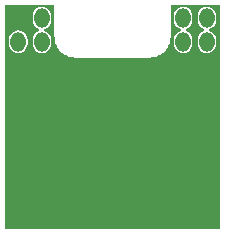
<source format=gtl>
G04*
G04 #@! TF.GenerationSoftware,Altium Limited,Altium Designer,19.1.5 (86)*
G04*
G04 Layer_Physical_Order=1*
G04 Layer_Color=255*
%FSLAX25Y25*%
%MOIN*%
G70*
G01*
G75*
%ADD13O,0.05118X0.06535*%
G36*
X165719Y10620D02*
X94281D01*
Y85365D01*
X110658Y85365D01*
Y74764D01*
X110663Y74739D01*
X110660Y74714D01*
X110688Y74141D01*
X110706Y74068D01*
X110706Y73992D01*
X110930Y72869D01*
X110968Y72776D01*
X110988Y72678D01*
X111426Y71620D01*
X111482Y71537D01*
X111520Y71444D01*
X112157Y70492D01*
X112228Y70421D01*
X112283Y70337D01*
X113093Y69528D01*
X113177Y69472D01*
X113248Y69401D01*
X114200Y68765D01*
X114292Y68726D01*
X114376Y68670D01*
X115434Y68232D01*
X115532Y68212D01*
X115625Y68174D01*
X116748Y67950D01*
X116824Y67950D01*
X116897Y67932D01*
X117470Y67904D01*
X117495Y67908D01*
X117520Y67903D01*
X142480D01*
X142505Y67908D01*
X142531Y67904D01*
X143103Y67932D01*
X143176Y67950D01*
X143252Y67950D01*
X144375Y68174D01*
X144468Y68212D01*
X144566Y68232D01*
X145624Y68670D01*
X145708Y68726D01*
X145800Y68765D01*
X146752Y69401D01*
X146824Y69472D01*
X146907Y69528D01*
X147717Y70337D01*
X147772Y70421D01*
X147843Y70492D01*
X148480Y71444D01*
X148518Y71537D01*
X148574Y71620D01*
X149012Y72678D01*
X149032Y72777D01*
X149070Y72869D01*
X149294Y73992D01*
X149294Y74068D01*
X149312Y74141D01*
X149340Y74714D01*
X149337Y74739D01*
X149342Y74764D01*
X149341Y85365D01*
X165719D01*
Y10620D01*
D02*
G37*
%LPC*%
G36*
X161416Y84856D02*
X160617Y84751D01*
X159873Y84442D01*
X159234Y83952D01*
X158744Y83313D01*
X158436Y82569D01*
X158331Y81770D01*
Y80353D01*
X158436Y79554D01*
X158744Y78810D01*
X159234Y78171D01*
X159873Y77681D01*
X160617Y77373D01*
Y76877D01*
X159873Y76568D01*
X159234Y76078D01*
X158744Y75439D01*
X158436Y74695D01*
X158331Y73896D01*
Y72479D01*
X158436Y71680D01*
X158744Y70936D01*
X159234Y70297D01*
X159873Y69807D01*
X160617Y69499D01*
X161416Y69393D01*
X162215Y69499D01*
X162959Y69807D01*
X163598Y70297D01*
X164088Y70936D01*
X164396Y71680D01*
X164501Y72479D01*
Y73896D01*
X164396Y74695D01*
X164088Y75439D01*
X163598Y76078D01*
X162959Y76568D01*
X162215Y76877D01*
Y77373D01*
X162959Y77681D01*
X163598Y78171D01*
X164088Y78810D01*
X164396Y79554D01*
X164501Y80353D01*
Y81770D01*
X164396Y82569D01*
X164088Y83313D01*
X163598Y83952D01*
X162959Y84442D01*
X162215Y84751D01*
X161416Y84856D01*
D02*
G37*
G36*
X153542D02*
X152743Y84751D01*
X151999Y84442D01*
X151360Y83952D01*
X150870Y83313D01*
X150562Y82569D01*
X150457Y81770D01*
Y80353D01*
X150562Y79554D01*
X150870Y78810D01*
X151360Y78171D01*
X151999Y77681D01*
X152743Y77373D01*
Y76877D01*
X151999Y76568D01*
X151360Y76078D01*
X150870Y75439D01*
X150562Y74695D01*
X150457Y73896D01*
Y72479D01*
X150562Y71680D01*
X150870Y70936D01*
X151360Y70297D01*
X151999Y69807D01*
X152743Y69499D01*
X153542Y69393D01*
X154341Y69499D01*
X155085Y69807D01*
X155724Y70297D01*
X156214Y70936D01*
X156522Y71680D01*
X156627Y72479D01*
Y73896D01*
X156522Y74695D01*
X156214Y75439D01*
X155724Y76078D01*
X155085Y76568D01*
X154341Y76877D01*
Y77373D01*
X155085Y77681D01*
X155724Y78171D01*
X156214Y78810D01*
X156522Y79554D01*
X156627Y80353D01*
Y81770D01*
X156522Y82569D01*
X156214Y83313D01*
X155724Y83952D01*
X155085Y84442D01*
X154341Y84751D01*
X153542Y84856D01*
D02*
G37*
G36*
X106455D02*
X105657Y84751D01*
X104913Y84442D01*
X104274Y83952D01*
X103783Y83313D01*
X103475Y82569D01*
X103370Y81770D01*
Y80353D01*
X103475Y79554D01*
X103783Y78810D01*
X104274Y78171D01*
X104913Y77681D01*
X105657Y77373D01*
Y76877D01*
X104913Y76568D01*
X104274Y76078D01*
X103783Y75439D01*
X103475Y74695D01*
X103370Y73896D01*
Y72479D01*
X103475Y71680D01*
X103783Y70936D01*
X104274Y70297D01*
X104913Y69807D01*
X105657Y69499D01*
X106455Y69393D01*
X107254Y69499D01*
X107998Y69807D01*
X108637Y70297D01*
X109127Y70936D01*
X109436Y71680D01*
X109541Y72479D01*
Y73896D01*
X109436Y74695D01*
X109127Y75439D01*
X108637Y76078D01*
X107998Y76568D01*
X107254Y76877D01*
Y77373D01*
X107998Y77681D01*
X108637Y78171D01*
X109127Y78810D01*
X109436Y79554D01*
X109541Y80353D01*
Y81770D01*
X109436Y82569D01*
X109127Y83313D01*
X108637Y83952D01*
X107998Y84442D01*
X107254Y84751D01*
X106455Y84856D01*
D02*
G37*
G36*
X98581Y76982D02*
X97783Y76877D01*
X97039Y76568D01*
X96400Y76078D01*
X95909Y75439D01*
X95601Y74695D01*
X95496Y73896D01*
Y72479D01*
X95601Y71680D01*
X95909Y70936D01*
X96400Y70297D01*
X97039Y69807D01*
X97783Y69499D01*
X98581Y69393D01*
X99380Y69499D01*
X100124Y69807D01*
X100763Y70297D01*
X101253Y70936D01*
X101562Y71680D01*
X101667Y72479D01*
Y73896D01*
X101562Y74695D01*
X101253Y75439D01*
X100763Y76078D01*
X100124Y76568D01*
X99380Y76877D01*
X98581Y76982D01*
D02*
G37*
%LPD*%
D13*
Y81062D02*
D03*
X106455D02*
D03*
Y73188D02*
D03*
X98581D02*
D03*
X153542D02*
D03*
X161416D02*
D03*
Y81062D02*
D03*
X153542D02*
D03*
M02*

</source>
